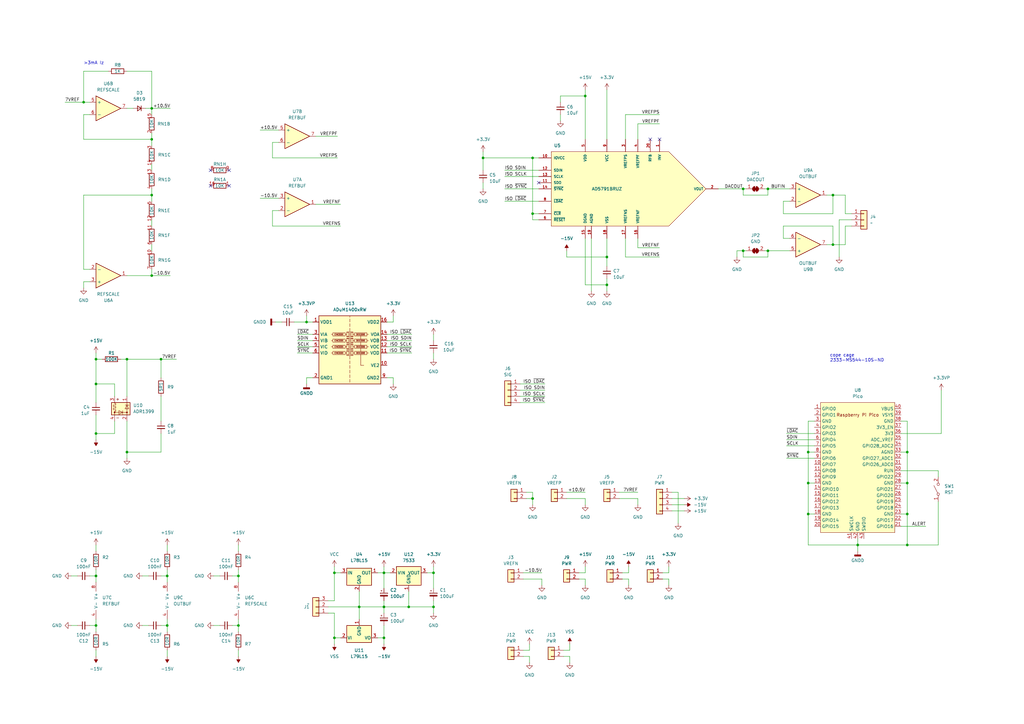
<source format=kicad_sch>
(kicad_sch (version 20230121) (generator eeschema)
  (paper "A3")
  (junction (at 304.8 77.47))
  (junction (at 331.47 198.12))
  (junction (at 39.37 177.8))
  (junction (at 314.96 102.87))
  (junction (at 39.37 147.32))
  (junction (at 62.23 44.45))
  (junction (at 341.63 100.33))
  (junction (at 351.79 223.52))
  (junction (at 304.8 102.87))
  (junction (at 198.12 64.77))
  (junction (at 34.29 41.91))
  (junction (at 125.73 132.08))
  (junction (at 177.8 248.92))
  (junction (at 39.37 157.48))
  (junction (at 97.79 236.22))
  (junction (at 314.96 77.47))
  (junction (at 52.07 185.42))
  (junction (at 167.64 248.92))
  (junction (at 68.58 236.22))
  (junction (at 62.23 57.15))
  (junction (at 68.58 256.54))
  (junction (at 177.8 234.95))
  (junction (at 218.44 87.63))
  (junction (at 157.48 248.92))
  (junction (at 218.44 204.47))
  (junction (at 62.23 113.03))
  (junction (at 372.11 198.12))
  (junction (at 147.32 248.92))
  (junction (at 248.92 116.84))
  (junction (at 157.48 261.62))
  (junction (at 39.37 236.22))
  (junction (at 97.79 256.54))
  (junction (at 331.47 185.42))
  (junction (at 372.11 185.42))
  (junction (at 372.11 223.52))
  (junction (at 52.07 147.32))
  (junction (at 240.03 39.37))
  (junction (at 218.44 64.77))
  (junction (at 137.16 234.95))
  (junction (at 66.04 147.32))
  (junction (at 62.23 80.01))
  (junction (at 157.48 234.95))
  (junction (at 341.63 80.01))
  (junction (at 331.47 210.82))
  (junction (at 137.16 261.62))
  (junction (at 39.37 256.54))
  (junction (at 372.11 210.82))
  (junction (at 248.92 105.41))
  (no_connect (at 93.98 76.2))
  (no_connect (at 220.98 74.93))
  (no_connect (at 93.98 69.85))
  (no_connect (at 86.36 69.85))
  (no_connect (at 270.51 57.15))
  (no_connect (at 266.7 57.15))
  (no_connect (at 86.36 76.2))
  (wire (pts (xy 214.63 266.7) (xy 217.17 266.7)))
  (wire (pts (xy 137.16 261.62) (xy 137.16 264.16)))
  (wire (pts (xy 154.94 261.62) (xy 157.48 261.62)))
  (wire (pts (xy 322.58 187.96) (xy 334.01 187.96)))
  (wire (pts (xy 137.16 232.41) (xy 137.16 234.95)))
  (wire (pts (xy 34.29 57.15) (xy 62.23 57.15)))
  (wire (pts (xy 36.83 256.54) (xy 39.37 256.54)))
  (wire (pts (xy 129.54 83.82) (xy 139.7 83.82)))
  (wire (pts (xy 334.01 172.72) (xy 331.47 172.72)))
  (wire (pts (xy 270.51 101.6) (xy 261.62 101.6)))
  (wire (pts (xy 52.07 147.32) (xy 52.07 162.56)))
  (wire (pts (xy 261.62 50.8) (xy 261.62 57.15)))
  (wire (pts (xy 278.13 201.93) (xy 278.13 214.63)))
  (wire (pts (xy 323.85 97.79) (xy 321.31 97.79)))
  (wire (pts (xy 157.48 251.46) (xy 157.48 248.92)))
  (wire (pts (xy 120.65 132.08) (xy 125.73 132.08)))
  (wire (pts (xy 248.92 36.83) (xy 248.92 57.15)))
  (wire (pts (xy 213.36 165.1) (xy 223.52 165.1)))
  (wire (pts (xy 49.53 147.32) (xy 52.07 147.32)))
  (wire (pts (xy 97.79 259.08) (xy 97.79 256.54)))
  (wire (pts (xy 68.58 233.68) (xy 68.58 236.22)))
  (wire (pts (xy 321.31 92.71) (xy 341.63 92.71)))
  (wire (pts (xy 304.8 77.47) (xy 306.07 77.47)))
  (wire (pts (xy 62.23 69.85) (xy 62.23 67.31)))
  (wire (pts (xy 341.63 80.01) (xy 339.09 80.01)))
  (wire (pts (xy 222.25 237.49) (xy 222.25 240.03)))
  (wire (pts (xy 304.8 77.47) (xy 304.8 80.01)))
  (wire (pts (xy 39.37 256.54) (xy 39.37 254)))
  (wire (pts (xy 233.68 269.24) (xy 231.14 269.24)))
  (wire (pts (xy 34.29 115.57) (xy 36.83 115.57)))
  (wire (pts (xy 198.12 77.47) (xy 198.12 74.93)))
  (wire (pts (xy 34.29 46.99) (xy 34.29 57.15)))
  (wire (pts (xy 384.81 195.58) (xy 384.81 193.04)))
  (wire (pts (xy 134.62 246.38) (xy 137.16 246.38)))
  (wire (pts (xy 68.58 236.22) (xy 68.58 238.76)))
  (wire (pts (xy 157.48 261.62) (xy 157.48 264.16)))
  (wire (pts (xy 62.23 80.01) (xy 34.29 80.01)))
  (wire (pts (xy 218.44 87.63) (xy 218.44 90.17)))
  (wire (pts (xy 274.32 237.49) (xy 274.32 240.03)))
  (wire (pts (xy 217.17 269.24) (xy 214.63 269.24)))
  (wire (pts (xy 167.64 248.92) (xy 177.8 248.92)))
  (wire (pts (xy 157.48 234.95) (xy 157.48 241.3)))
  (wire (pts (xy 369.57 172.72) (xy 372.11 172.72)))
  (wire (pts (xy 386.08 177.8) (xy 386.08 160.02)))
  (wire (pts (xy 52.07 147.32) (xy 66.04 147.32)))
  (wire (pts (xy 344.17 90.17) (xy 349.25 90.17)))
  (wire (pts (xy 125.73 129.54) (xy 125.73 132.08)))
  (wire (pts (xy 334.01 185.42) (xy 331.47 185.42)))
  (wire (pts (xy 62.23 44.45) (xy 59.69 44.45)))
  (wire (pts (xy 66.04 236.22) (xy 68.58 236.22)))
  (wire (pts (xy 44.45 29.21) (xy 34.29 29.21)))
  (wire (pts (xy 369.57 198.12) (xy 372.11 198.12)))
  (wire (pts (xy 68.58 259.08) (xy 68.58 256.54)))
  (wire (pts (xy 275.59 209.55) (xy 280.67 209.55)))
  (wire (pts (xy 213.36 157.48) (xy 223.52 157.48)))
  (wire (pts (xy 158.75 144.78) (xy 168.91 144.78)))
  (wire (pts (xy 274.32 234.95) (xy 274.32 232.41)))
  (wire (pts (xy 278.13 201.93) (xy 275.59 201.93)))
  (wire (pts (xy 233.68 266.7) (xy 233.68 264.16)))
  (wire (pts (xy 240.03 97.79) (xy 240.03 116.84)))
  (wire (pts (xy 369.57 215.9) (xy 379.73 215.9)))
  (wire (pts (xy 346.71 100.33) (xy 341.63 100.33)))
  (wire (pts (xy 158.75 154.94) (xy 161.29 154.94)))
  (wire (pts (xy 331.47 172.72) (xy 331.47 185.42)))
  (wire (pts (xy 97.79 223.52) (xy 97.79 226.06)))
  (wire (pts (xy 138.43 55.88) (xy 129.54 55.88)))
  (wire (pts (xy 87.63 256.54) (xy 90.17 256.54)))
  (wire (pts (xy 302.26 102.87) (xy 304.8 102.87)))
  (wire (pts (xy 66.04 177.8) (xy 66.04 185.42)))
  (wire (pts (xy 313.69 102.87) (xy 314.96 102.87)))
  (wire (pts (xy 248.92 119.38) (xy 248.92 116.84)))
  (wire (pts (xy 233.68 269.24) (xy 233.68 271.78)))
  (wire (pts (xy 95.25 256.54) (xy 97.79 256.54)))
  (wire (pts (xy 240.03 237.49) (xy 240.03 240.03)))
  (wire (pts (xy 121.92 139.7) (xy 128.27 139.7)))
  (wire (pts (xy 39.37 236.22) (xy 39.37 238.76)))
  (wire (pts (xy 62.23 100.33) (xy 62.23 102.87)))
  (wire (pts (xy 29.21 256.54) (xy 31.75 256.54)))
  (wire (pts (xy 271.78 234.95) (xy 274.32 234.95)))
  (wire (pts (xy 66.04 162.56) (xy 66.04 172.72)))
  (wire (pts (xy 106.68 53.34) (xy 114.3 53.34)))
  (wire (pts (xy 97.79 233.68) (xy 97.79 236.22)))
  (wire (pts (xy 341.63 92.71) (xy 341.63 100.33)))
  (wire (pts (xy 125.73 132.08) (xy 128.27 132.08)))
  (wire (pts (xy 157.48 246.38) (xy 157.48 248.92)))
  (wire (pts (xy 229.87 39.37) (xy 229.87 41.91)))
  (wire (pts (xy 314.96 105.41) (xy 304.8 105.41)))
  (wire (pts (xy 39.37 170.18) (xy 39.37 177.8)))
  (wire (pts (xy 62.23 44.45) (xy 69.85 44.45)))
  (wire (pts (xy 62.23 110.49) (xy 62.23 113.03)))
  (wire (pts (xy 256.54 46.99) (xy 256.54 57.15)))
  (wire (pts (xy 177.8 232.41) (xy 177.8 234.95)))
  (wire (pts (xy 39.37 233.68) (xy 39.37 236.22)))
  (wire (pts (xy 314.96 77.47) (xy 314.96 80.01)))
  (wire (pts (xy 177.8 246.38) (xy 177.8 248.92)))
  (wire (pts (xy 341.63 87.63) (xy 341.63 80.01)))
  (wire (pts (xy 257.81 237.49) (xy 257.81 240.03)))
  (wire (pts (xy 39.37 157.48) (xy 39.37 147.32)))
  (wire (pts (xy 261.62 204.47) (xy 254 204.47)))
  (wire (pts (xy 39.37 157.48) (xy 39.37 165.1)))
  (wire (pts (xy 46.99 162.56) (xy 46.99 157.48)))
  (wire (pts (xy 372.11 172.72) (xy 372.11 185.42)))
  (wire (pts (xy 207.01 69.85) (xy 220.98 69.85)))
  (wire (pts (xy 334.01 210.82) (xy 331.47 210.82)))
  (wire (pts (xy 111.76 64.77) (xy 138.43 64.77)))
  (wire (pts (xy 36.83 110.49) (xy 34.29 110.49)))
  (wire (pts (xy 154.94 234.95) (xy 157.48 234.95)))
  (wire (pts (xy 177.8 248.92) (xy 177.8 251.46)))
  (wire (pts (xy 270.51 50.8) (xy 261.62 50.8)))
  (wire (pts (xy 111.76 86.36) (xy 114.3 86.36)))
  (wire (pts (xy 232.41 105.41) (xy 232.41 102.87)))
  (wire (pts (xy 147.32 248.92) (xy 147.32 254)))
  (wire (pts (xy 372.11 223.52) (xy 351.79 223.52)))
  (wire (pts (xy 66.04 256.54) (xy 68.58 256.54)))
  (wire (pts (xy 331.47 210.82) (xy 331.47 223.52)))
  (wire (pts (xy 346.71 92.71) (xy 346.71 100.33)))
  (wire (pts (xy 125.73 154.94) (xy 128.27 154.94)))
  (wire (pts (xy 341.63 80.01) (xy 346.71 80.01)))
  (wire (pts (xy 62.23 80.01) (xy 62.23 82.55)))
  (wire (pts (xy 344.17 105.41) (xy 344.17 90.17)))
  (wire (pts (xy 39.37 223.52) (xy 39.37 226.06)))
  (wire (pts (xy 232.41 201.93) (xy 240.03 201.93)))
  (wire (pts (xy 52.07 172.72) (xy 52.07 185.42)))
  (wire (pts (xy 321.31 87.63) (xy 341.63 87.63)))
  (wire (pts (xy 384.81 193.04) (xy 369.57 193.04)))
  (wire (pts (xy 351.79 220.98) (xy 351.79 223.52)))
  (wire (pts (xy 39.37 177.8) (xy 39.37 180.34)))
  (wire (pts (xy 68.58 256.54) (xy 68.58 254)))
  (wire (pts (xy 121.92 137.16) (xy 128.27 137.16)))
  (wire (pts (xy 334.01 198.12) (xy 331.47 198.12)))
  (wire (pts (xy 240.03 39.37) (xy 229.87 39.37)))
  (wire (pts (xy 229.87 49.53) (xy 229.87 46.99)))
  (wire (pts (xy 323.85 82.55) (xy 321.31 82.55)))
  (wire (pts (xy 97.79 269.24) (xy 97.79 266.7)))
  (wire (pts (xy 46.99 177.8) (xy 46.99 172.72)))
  (wire (pts (xy 161.29 129.54) (xy 161.29 132.08)))
  (wire (pts (xy 158.75 139.7) (xy 168.91 139.7)))
  (wire (pts (xy 372.11 198.12) (xy 372.11 210.82)))
  (wire (pts (xy 270.51 105.41) (xy 256.54 105.41)))
  (wire (pts (xy 240.03 237.49) (xy 237.49 237.49)))
  (wire (pts (xy 294.64 77.47) (xy 304.8 77.47)))
  (wire (pts (xy 237.49 234.95) (xy 240.03 234.95)))
  (wire (pts (xy 240.03 36.83) (xy 240.03 39.37)))
  (wire (pts (xy 257.81 237.49) (xy 255.27 237.49)))
  (wire (pts (xy 215.9 201.93) (xy 218.44 201.93)))
  (wire (pts (xy 34.29 118.11) (xy 34.29 115.57)))
  (wire (pts (xy 346.71 80.01) (xy 346.71 87.63)))
  (wire (pts (xy 62.23 29.21) (xy 52.07 29.21)))
  (wire (pts (xy 346.71 87.63) (xy 349.25 87.63)))
  (wire (pts (xy 314.96 102.87) (xy 314.96 105.41)))
  (wire (pts (xy 275.59 207.01) (xy 280.67 207.01)))
  (wire (pts (xy 218.44 204.47) (xy 215.9 204.47)))
  (wire (pts (xy 97.79 236.22) (xy 97.79 238.76)))
  (wire (pts (xy 322.58 182.88) (xy 334.01 182.88)))
  (wire (pts (xy 167.64 242.57) (xy 167.64 248.92)))
  (wire (pts (xy 121.92 142.24) (xy 128.27 142.24)))
  (wire (pts (xy 34.29 41.91) (xy 36.83 41.91)))
  (wire (pts (xy 139.7 92.71) (xy 111.76 92.71)))
  (wire (pts (xy 114.3 81.28) (xy 106.68 81.28)))
  (wire (pts (xy 161.29 157.48) (xy 161.29 154.94)))
  (wire (pts (xy 198.12 62.23) (xy 198.12 64.77)))
  (wire (pts (xy 58.42 236.22) (xy 60.96 236.22)))
  (wire (pts (xy 137.16 251.46) (xy 137.16 261.62)))
  (wire (pts (xy 157.48 256.54) (xy 157.48 261.62)))
  (wire (pts (xy 322.58 177.8) (xy 334.01 177.8)))
  (wire (pts (xy 137.16 246.38) (xy 137.16 234.95)))
  (wire (pts (xy 62.23 80.01) (xy 62.23 77.47)))
  (wire (pts (xy 321.31 82.55) (xy 321.31 87.63)))
  (wire (pts (xy 66.04 147.32) (xy 72.39 147.32)))
  (wire (pts (xy 52.07 185.42) (xy 52.07 187.96)))
  (wire (pts (xy 39.37 177.8) (xy 46.99 177.8)))
  (wire (pts (xy 62.23 113.03) (xy 69.85 113.03)))
  (wire (pts (xy 331.47 223.52) (xy 351.79 223.52)))
  (wire (pts (xy 134.62 248.92) (xy 147.32 248.92)))
  (wire (pts (xy 160.02 234.95) (xy 157.48 234.95)))
  (wire (pts (xy 62.23 46.99) (xy 62.23 44.45)))
  (wire (pts (xy 261.62 204.47) (xy 261.62 207.01)))
  (wire (pts (xy 275.59 204.47) (xy 280.67 204.47)))
  (wire (pts (xy 321.31 97.79) (xy 321.31 92.71)))
  (wire (pts (xy 68.58 269.24) (xy 68.58 266.7)))
  (wire (pts (xy 231.14 266.7) (xy 233.68 266.7)))
  (wire (pts (xy 52.07 113.03) (xy 62.23 113.03)))
  (wire (pts (xy 207.01 82.55) (xy 220.98 82.55)))
  (wire (pts (xy 52.07 185.42) (xy 66.04 185.42)))
  (wire (pts (xy 257.81 234.95) (xy 257.81 232.41)))
  (wire (pts (xy 369.57 185.42) (xy 372.11 185.42)))
  (wire (pts (xy 248.92 97.79) (xy 248.92 105.41)))
  (wire (pts (xy 157.48 248.92) (xy 167.64 248.92)))
  (wire (pts (xy 240.03 116.84) (xy 248.92 116.84)))
  (wire (pts (xy 114.3 58.42) (xy 111.76 58.42)))
  (wire (pts (xy 256.54 105.41) (xy 256.54 97.79)))
  (wire (pts (xy 218.44 64.77) (xy 218.44 87.63)))
  (wire (pts (xy 125.73 157.48) (xy 125.73 154.94)))
  (wire (pts (xy 213.36 162.56) (xy 223.52 162.56)))
  (wire (pts (xy 218.44 64.77) (xy 220.98 64.77)))
  (wire (pts (xy 207.01 72.39) (xy 220.98 72.39)))
  (wire (pts (xy 137.16 261.62) (xy 139.7 261.62)))
  (wire (pts (xy 54.61 44.45) (xy 52.07 44.45)))
  (wire (pts (xy 34.29 80.01) (xy 34.29 110.49)))
  (wire (pts (xy 218.44 90.17) (xy 220.98 90.17)))
  (wire (pts (xy 29.21 236.22) (xy 31.75 236.22)))
  (wire (pts (xy 314.96 102.87) (xy 323.85 102.87)))
  (wire (pts (xy 349.25 92.71) (xy 346.71 92.71)))
  (wire (pts (xy 147.32 242.57) (xy 147.32 248.92)))
  (wire (pts (xy 372.11 210.82) (xy 372.11 223.52)))
  (wire (pts (xy 62.23 44.45) (xy 62.23 29.21)))
  (wire (pts (xy 351.79 223.52) (xy 351.79 226.06)))
  (wire (pts (xy 240.03 204.47) (xy 240.03 207.01)))
  (wire (pts (xy 87.63 236.22) (xy 90.17 236.22)))
  (wire (pts (xy 240.03 39.37) (xy 240.03 57.15)))
  (wire (pts (xy 213.36 160.02) (xy 223.52 160.02)))
  (wire (pts (xy 331.47 185.42) (xy 331.47 198.12)))
  (wire (pts (xy 134.62 251.46) (xy 137.16 251.46)))
  (wire (pts (xy 304.8 80.01) (xy 314.96 80.01)))
  (wire (pts (xy 372.11 223.52) (xy 384.81 223.52)))
  (wire (pts (xy 39.37 157.48) (xy 46.99 157.48)))
  (wire (pts (xy 34.29 29.21) (xy 34.29 41.91)))
  (wire (pts (xy 62.23 59.69) (xy 62.23 57.15)))
  (wire (pts (xy 222.25 237.49) (xy 214.63 237.49)))
  (wire (pts (xy 270.51 46.99) (xy 256.54 46.99)))
  (wire (pts (xy 198.12 69.85) (xy 198.12 64.77)))
  (wire (pts (xy 36.83 236.22) (xy 39.37 236.22)))
  (wire (pts (xy 274.32 237.49) (xy 271.78 237.49)))
  (wire (pts (xy 372.11 185.42) (xy 372.11 198.12)))
  (wire (pts (xy 121.92 144.78) (xy 128.27 144.78)))
  (wire (pts (xy 177.8 147.32) (xy 177.8 144.78)))
  (wire (pts (xy 322.58 180.34) (xy 334.01 180.34)))
  (wire (pts (xy 147.32 248.92) (xy 157.48 248.92)))
  (wire (pts (xy 39.37 269.24) (xy 39.37 266.7)))
  (wire (pts (xy 39.37 144.78) (xy 39.37 147.32)))
  (wire (pts (xy 261.62 101.6) (xy 261.62 97.79)))
  (wire (pts (xy 369.57 177.8) (xy 386.08 177.8)))
  (wire (pts (xy 218.44 204.47) (xy 218.44 207.01)))
  (wire (pts (xy 158.75 137.16) (xy 168.91 137.16)))
  (wire (pts (xy 177.8 137.16) (xy 177.8 139.7)))
  (wire (pts (xy 158.75 142.24) (xy 168.91 142.24)))
  (wire (pts (xy 66.04 147.32) (xy 66.04 154.94)))
  (wire (pts (xy 26.67 41.91) (xy 34.29 41.91)))
  (wire (pts (xy 217.17 266.7) (xy 217.17 264.16)))
  (wire (pts (xy 384.81 223.52) (xy 384.81 205.74)))
  (wire (pts (xy 248.92 114.3) (xy 248.92 116.84)))
  (wire (pts (xy 68.58 223.52) (xy 68.58 226.06)))
  (wire (pts (xy 177.8 234.95) (xy 177.8 241.3)))
  (wire (pts (xy 177.8 234.95) (xy 175.26 234.95)))
  (wire (pts (xy 369.57 210.82) (xy 372.11 210.82)))
  (wire (pts (xy 62.23 57.15) (xy 62.23 54.61)))
  (wire (pts (xy 157.48 232.41) (xy 157.48 234.95)))
  (wire (pts (xy 240.03 204.47) (xy 232.41 204.47)))
  (wire (pts (xy 217.17 269.24) (xy 217.17 271.78)))
  (wire (pts (xy 255.27 234.95) (xy 257.81 234.95)))
  (wire (pts (xy 240.03 234.95) (xy 240.03 232.41)))
  (wire (pts (xy 218.44 201.93) (xy 218.44 204.47)))
  (wire (pts (xy 302.26 105.41) (xy 302.26 102.87)))
  (wire (pts (xy 304.8 105.41) (xy 304.8 102.87)))
  (wire (pts (xy 304.8 102.87) (xy 306.07 102.87)))
  (wire (pts (xy 111.76 92.71) (xy 111.76 86.36)))
  (wire (pts (xy 39.37 259.08) (xy 39.37 256.54)))
  (wire (pts (xy 314.96 77.47) (xy 323.85 77.47)))
  (wire (pts (xy 36.83 46.99) (xy 34.29 46.99)))
  (wire (pts (xy 97.79 256.54) (xy 97.79 254)))
  (wire (pts (xy 207.01 77.47) (xy 220.98 77.47)))
  (wire (pts (xy 39.37 147.32) (xy 41.91 147.32)))
  (wire (pts (xy 113.03 132.08) (xy 115.57 132.08)))
  (wire (pts (xy 62.23 90.17) (xy 62.23 92.71)))
  (wire (pts (xy 161.29 132.08) (xy 158.75 132.08)))
  (wire (pts (xy 214.63 234.95) (xy 222.25 234.95)))
  (wire (pts (xy 137.16 234.95) (xy 139.7 234.95)))
  (wire (pts (xy 242.57 97.79) (xy 242.57 119.38)))
  (wire (pts (xy 232.41 105.41) (xy 248.92 105.41)))
  (wire (pts (xy 331.47 198.12) (xy 331.47 210.82)))
  (wire (pts (xy 248.92 105.41) (xy 248.92 109.22)))
  (wire (pts (xy 95.25 236.22) (xy 97.79 236.22)))
  (wire (pts (xy 341.63 100.33) (xy 339.09 100.33)))
  (wire (pts (xy 111.76 58.42) (xy 111.76 64.77)))
  (wire (pts (xy 198.12 64.77) (xy 218.44 64.77)))
  (wire (pts (xy 254 201.93) (xy 261.62 201.93)))
  (wire (pts (xy 58.42 256.54) (xy 60.96 256.54)))
  (wire (pts (xy 313.69 77.47) (xy 314.96 77.47)))
  (wire (pts (xy 218.44 87.63) (xy 220.98 87.63)))
  (text "cope cage	\n2333-MS544-10S-ND" (at 340.36 148.59 0) (effects (font (size 1.27 1.27)) (justify left bottom)))
  (text ">3mA Iz" (at 34.29 26.67 0) (effects (font (size 1.27 1.27)) (justify left bottom)))
  (label "ISO ~{LDAC}" (at 207.01 82.55 0))
  (label "VREFPS" (at 138.43 64.77 180))
  (label "BUFIN" (at 316.23 77.47 0))
  (label "-10.5V" (at 222.25 234.95 180))
  (label "7VREF" (at 72.39 147.32 180))
  (label "VREFNF" (at 270.51 101.6 180))
  (label "SDIN" (at 121.92 139.7 0))
  (label "ISO SCLK" (at 223.52 162.56 180))
  (label "ISO SDIN" (at 168.91 139.7 180))
  (label "ISO SCLK" (at 168.91 142.24 180))
  (label "ALERT" (at 379.73 215.9 180))
  (label "~{LDAC}" (at 322.58 177.8 0))
  (label "+10.5V" (at 240.03 201.93 180))
  (label "SCLK" (at 322.58 182.88 0))
  (label "ISO ~{SYNC}" (at 207.01 77.47 0))
  (label "VREFNS" (at 139.7 92.71 180))
  (label "+10.5V" (at 106.68 53.34 0))
  (label "7VREF" (at 26.67 41.91 0))
  (label "VREFNS" (at 270.51 105.41 180))
  (label "SDIN" (at 322.58 180.34 0))
  (label "~{SYNC}" (at 322.58 187.96 0))
  (label "~{SYNC}" (at 121.92 144.78 0))
  (label "ISO SDIN" (at 207.01 69.85 0))
  (label "-10.5V" (at 106.68 81.28 0))
  (label "VREFPF" (at 270.51 50.8 180))
  (label "SCLK" (at 121.92 142.24 0))
  (label "VREFPS" (at 270.51 46.99 180))
  (label "~{LDAC}" (at 121.92 137.16 0))
  (label "ISO SCLK" (at 207.01 72.39 0))
  (label "ISO ~{SYNC}" (at 223.52 165.1 180))
  (label "+10.5V" (at 69.85 44.45 180))
  (label "VREFNF" (at 139.7 83.82 180))
  (label "ISO ~{LDAC}" (at 168.91 137.16 180))
  (label "VREFPF" (at 138.43 55.88 180))
  (label "ISO ~{SYNC}" (at 168.91 144.78 180))
  (label "DACOUT" (at 297.18 77.47 0))
  (label "ISO ~{LDAC}" (at 223.52 157.48 180))
  (label "ISO SDIN" (at 223.52 160.02 180))
  (label "7VREF" (at 261.62 201.93 180))
  (label "-10.5V" (at 69.85 113.03 180))
  (symbol (lib_id "Connector_Generic:Conn_01x02") (at 226.06 266.7 0) (mirror y) (unit 1)
    (property "Reference" "J13" (at 226.06 260.35 0))
    (property "Value" "PWR" (at 226.06 262.89 0))
    (property "Footprint" "Connector_PinHeader_2.54mm:PinHeader_1x02_P2.54mm_Vertical" (effects hide))
  )
  (symbol (lib_id "Regulator_Linear:L78L15_SOT89") (at 147.32 234.95 0) (unit 1)
    (property "Reference" "U4" (at 147.32 227.33 0))
    (property "Value" "L78L15" (at 147.32 229.87 0))
    (property "Footprint" "Package_TO_SOT_SMD:SOT-89-3" (effects hide))
    (property "Datasheet" "http://www.st.com/content/ccc/resource/technical/document/datasheet/15/55/e5/aa/23/5b/43/fd/CD00000446.pdf/files/CD00000446.pdf/jcr:content/translations/en.CD00000446.pdf" (effects hide))
  )
  (symbol (lib_id "Device:Opamp_Dual") (at 41.91 246.38 0) (unit 3)
    (property "Reference" "U7" (at 41.91 245.11 0) (effects (justify left)))
    (property "Value" "REFBUF" (at 41.91 247.65 0) (effects (justify left)))
    (property "Footprint" "Package_SO:SOIC-8_3.9x4.9mm_P1.27mm" (effects hide))
  )
  (symbol (lib_id "Device:C_Small") (at 34.29 236.22 90) (unit 1)
    (property "Reference" "C9" (at 34.2963 229.87 90))
    (property "Value" "100nF" (at 34.2963 232.41 90))
    (property "Footprint" "Capacitor_SMD:C_0603_1608Metric" (effects hide))
  )
  (symbol (lib_id "power:GND") (at 274.32 240.03 0) (unit 1)
    (property "Reference" "#PWR053" (effects hide))
    (property "Value" "GND" (at 274.32 245.11 0))
  )
  (symbol (lib_id "power:+15V") (at 157.48 232.41 0) (unit 1)
    (property "Reference" "#PWR03" (effects hide))
    (property "Value" "+15V" (at 157.48 227.33 0))
  )
  (symbol (lib_id "power:GND") (at 229.87 49.53 0) (unit 1)
    (property "Reference" "#PWR010" (effects hide))
    (property "Value" "GND" (at 229.87 54.61 0))
  )
  (symbol (lib_id "Device:C_Small") (at 63.5 256.54 90) (mirror x) (unit 1)
    (property "Reference" "C13" (at 63.5063 262.89 90))
    (property "Value" "100nF" (at 63.5063 260.35 90))
    (property "Footprint" "Capacitor_SMD:C_0603_1608Metric" (effects hide))
  )
  (symbol (lib_id "Device:R") (at 48.26 29.21 270) (unit 1)
    (property "Reference" "R8" (at 48.26 26.67 90))
    (property "Value" "1K" (at 48.26 29.21 90))
    (property "Footprint" "Resistor_SMD:R_0603_1608Metric" (effects hide))
  )
  (symbol (lib_id "Switch:SW_SPST") (at 384.81 200.66 90) (unit 1)
    (property "Reference" "SW1" (at 387.35 199.39 90) (effects (justify right)))
    (property "Value" "RST" (at 387.35 201.93 90) (effects (justify right)))
    (property "Footprint" "Button_Switch_SMD:SW_SPST_B3U-1000P" (effects hide))
  )
  (symbol (lib_id "Device:R") (at 68.58 262.89 0) (mirror x) (unit 1)
    (property "Reference" "R6" (at 71.12 264.16 0) (effects (justify left)))
    (property "Value" "10R" (at 68.58 260.985 90) (effects (justify left)))
    (property "Footprint" "Resistor_SMD:R_0603_1608Metric" (effects hide))
  )
  (symbol (lib_id "Device:C_Small") (at 63.5 236.22 90) (unit 1)
    (property "Reference" "C10" (at 63.5063 229.87 90))
    (property "Value" "100nF" (at 63.5063 232.41 90))
    (property "Footprint" "Capacitor_SMD:C_0603_1608Metric" (effects hide))
  )
  (symbol (lib_id "power:GND") (at 52.07 187.96 0) (unit 1)
    (property "Reference" "#PWR07" (effects hide))
    (property "Value" "GND" (at 52.07 193.04 0))
  )
  (symbol (lib_id "power:-15V") (at 39.37 269.24 180) (unit 1)
    (property "Reference" "#PWR026" (effects hide))
    (property "Value" "-15V" (at 39.37 274.32 0))
  )
  (symbol (lib_id "Device:R_Pack08_Split") (at 62.23 96.52 0) (unit 6)
    (property "Reference" "RN1" (at 64.77 96.52 0) (effects (justify left)))
    (property "Value" "10K" (at 62.23 98.425 90) (effects (justify left)))
    (property "Footprint" "Package_SO:SOIC-16_3.9x9.9mm_P1.27mm" (effects hide))
  )
  (symbol (lib_id "power:GND") (at 242.57 119.38 0) (unit 1)
    (property "Reference" "#PWR013" (effects hide))
    (property "Value" "GND" (at 242.57 124.46 0))
  )
  (symbol (lib_id "Device:R") (at 45.72 147.32 90) (unit 1)
    (property "Reference" "R1" (at 45.72 144.78 90))
    (property "Value" "100K" (at 45.72 147.32 90))
    (property "Footprint" "Resistor_SMD:R_0603_1608Metric" (effects hide))
  )
  (symbol (lib_id "power:+3.3V") (at 280.67 204.47 270) (unit 1)
    (property "Reference" "#PWR041" (effects hide))
    (property "Value" "+3.3V" (at 284.48 204.47 90) (effects (justify left)))
  )
  (symbol (lib_id "Device:C_Polarized_Small") (at 177.8 243.84 0) (unit 1)
    (property "Reference" "C1" (at 180.34 242.0239 0) (effects (justify left)))
    (property "Value" "100uF" (at 180.34 244.5639 0) (effects (justify left)))
    (property "Footprint" "Capacitor_SMD:CP_Elec_6.3x5.4" (effects hide))
  )
  (symbol (lib_id "power:GND") (at 233.68 271.78 0) (unit 1)
    (property "Reference" "#PWR054" (effects hide))
    (property "Value" "GND" (at 233.68 276.86 0))
  )
  (symbol (lib_id "Device:C_Small") (at 118.11 132.08 90) (unit 1)
    (property "Reference" "C15" (at 118.1163 125.73 90))
    (property "Value" "10uF" (at 118.1163 128.27 90))
    (property "Footprint" "Resistor_SMD:R_0603_1608Metric" (effects hide))
  )
  (symbol (lib_id "power:GND") (at 87.63 256.54 270) (mirror x) (unit 1)
    (property "Reference" "#PWR029" (effects hide))
    (property "Value" "GND" (at 83.82 256.54 90) (effects (justify right)))
  )
  (symbol (lib_id "power:+3.3VP") (at 125.73 129.54 0) (unit 1)
    (property "Reference" "#PWR040" (effects hide))
    (property "Value" "+3.3VP" (at 125.73 124.46 0))
  )
  (symbol (lib_id "Connector_Generic:Conn_01x02") (at 248.92 201.93 0) (mirror y) (unit 1)
    (property "Reference" "J5" (at 248.92 195.58 0))
    (property "Value" "VREFP" (at 248.92 198.12 0))
    (property "Footprint" "Connector_PinHeader_1.27mm:PinHeader_1x02_P1.27mm_Vertical" (effects hide))
  )
  (symbol (lib_id "Connector_Generic:Conn_01x02") (at 209.55 234.95 0) (mirror y) (unit 1)
    (property "Reference" "J3" (at 209.55 228.6 0))
    (property "Value" "VREFN" (at 209.55 231.14 0))
    (property "Footprint" "Connector_PinHeader_1.27mm:PinHeader_1x02_P1.27mm_Vertical" (effects hide))
  )
  (symbol (lib_id "Jumper:SolderJumper_2_Bridged") (at 309.88 102.87 0) (mirror x) (unit 1)
    (property "Reference" "JP2" (at 309.88 96.52 0))
    (property "Value" "GND" (at 309.88 99.06 0))
    (property "Footprint" "Connector_PinHeader_1.27mm:PinHeader_1x02_P1.27mm_Vertical" (effects hide))
  )
  (symbol (lib_id "Device:R") (at 97.79 262.89 0) (mirror x) (unit 1)
    (property "Reference" "R7" (at 100.33 264.16 0) (effects (justify left)))
    (property "Value" "10R" (at 97.79 260.985 90) (effects (justify left)))
    (property "Footprint" "Resistor_SMD:R_0603_1608Metric" (effects hide))
  )
  (symbol (lib_id "Regulator_Linear:L79L15_SOT89") (at 147.32 261.62 0) (unit 1)
    (property "Reference" "U11" (at 147.32 266.7 0))
    (property "Value" "L79L15" (at 147.32 269.24 0))
    (property "Footprint" "Package_TO_SOT_SMD:SOT-89-3" (effects hide))
    (property "Datasheet" "http://www.farnell.com/datasheets/1827870.pdf" (effects hide))
  )
  (symbol (lib_id "power:+3.3V") (at 198.12 62.23 0) (unit 1)
    (property "Reference" "#PWR08" (effects hide))
    (property "Value" "+3.3V" (at 198.12 57.15 0))
  )
  (symbol (lib_id "Device:Opamp_Dual") (at 331.47 100.33 0) (mirror x) (unit 2)
    (property "Reference" "U9" (at 331.47 110.49 0))
    (property "Value" "OUTBUF" (at 331.47 107.95 0))
    (property "Footprint" "Package_SO:SOIC-8_3.9x4.9mm_P1.27mm" (effects hide))
  )
  (symbol (lib_id "Device:R") (at 97.79 229.87 0) (unit 1)
    (property "Reference" "R4" (at 100.33 228.6 0) (effects (justify left)))
    (property "Value" "10R" (at 97.79 231.775 90) (effects (justify left)))
    (property "Footprint" "Resistor_SMD:R_0603_1608Metric" (effects hide))
  )
  (symbol (lib_id "Device:D_Small") (at 57.15 44.45 0) (mirror y) (unit 1)
    (property "Reference" "D3" (at 55.88 38.1 0) (effects (justify right)))
    (property "Value" "5819" (at 54.61 40.64 0) (effects (justify right)))
    (property "Footprint" "Resistor_SMD:R_0603_1608Metric_Pad0.98x0.95mm_HandSolder" (effects hide))
    (property "Sim.Device" "D" (effects hide))
    (property "Sim.Pins" "1=K 2=A" (effects hide))
  )
  (symbol (lib_id "Device:Opamp_Dual") (at 331.47 80.01 0) (unit 1)
    (property "Reference" "U9" (at 331.47 69.85 0))
    (property "Value" "OUTBUF" (at 331.47 72.39 0))
    (property "Footprint" "Package_SO:SOIC-8_3.9x4.9mm_P1.27mm" (effects hide))
  )
  (symbol (lib_id "power:+3.3V") (at 274.32 232.41 0) (unit 1)
    (property "Reference" "#PWR052" (effects hide))
    (property "Value" "+3.3V" (at 274.32 227.33 0))
  )
  (symbol (lib_id "power:GND") (at 344.17 105.41 0) (unit 1)
    (property "Reference" "#PWR032" (effects hide))
    (property "Value" "GND" (at 344.17 110.49 0))
  )
  (symbol (lib_id "Device:C_Small") (at 198.12 72.39 0) (unit 1)
    (property "Reference" "C5" (at 200.66 71.7613 0) (effects (justify left)))
    (property "Value" "10uF" (at 200.66 74.3013 0) (effects (justify left)))
    (property "Footprint" "Capacitor_SMD:C_0603_1608Metric" (effects hide))
  )
  (symbol (lib_id "Device:R") (at 39.37 229.87 0) (unit 1)
    (property "Reference" "R2" (at 41.91 228.6 0) (effects (justify left)))
    (property "Value" "10R" (at 39.37 231.775 90) (effects (justify left)))
    (property "Footprint" "Resistor_SMD:R_0603_1608Metric" (effects hide))
  )
  (symbol (lib_id "Device:C_Small") (at 92.71 236.22 90) (unit 1)
    (property "Reference" "C11" (at 92.7163 229.87 90))
    (property "Value" "100nF" (at 92.7163 232.41 90))
    (property "Footprint" "Capacitor_SMD:C_0603_1608Metric" (effects hide))
  )
  (symbol (lib_id "Device:C_Small") (at 66.04 175.26 0) (unit 1)
    (property "Reference" "C8" (at 68.58 174.6313 0) (effects (justify left)))
    (property "Value" "1uF" (at 68.58 177.1713 0) (effects (justify left)))
    (property "Footprint" "Capacitor_SMD:C_0603_1608Metric" (effects hide))
  )
  (symbol (lib_id "Device:R") (at 66.04 158.75 0) (unit 1)
    (property "Reference" "R9" (at 68.58 158.75 0) (effects (justify left)))
    (property "Value" "5R1" (at 66.04 160.655 90) (effects (justify left)))
    (property "Footprint" "Resistor_SMD:R_0603_1608Metric" (effects hide))
  )
  (symbol (lib_id "Device:R") (at 68.58 229.87 0) (unit 1)
    (property "Reference" "R3" (at 71.12 228.6 0) (effects (justify left)))
    (property "Value" "10R" (at 68.58 231.775 90) (effects (justify left)))
    (property "Footprint" "Resistor_SMD:R_0603_1608Metric" (effects hide))
  )
  (symbol (lib_id "power:+15V") (at 240.03 232.41 0) (unit 1)
    (property "Reference" "#PWR049" (effects hide))
    (property "Value" "+15V" (at 240.03 227.33 0))
  )
  (symbol (lib_id "Reference_Voltage:LM399") (at 49.53 167.64 0) (unit 1)
    (property "Reference" "U10" (at 54.61 166.243 0) (effects (justify left)))
    (property "Value" "ADR1399" (at 54.61 168.783 0) (effects (justify left)))
    (property "Footprint" "Package_TO_SOT_THT:Analog_TO-46-4_ThermalShield" (effects hide))
    (property "Datasheet" "https://www.analog.com/media/en/technical-documentation/data-sheets/199399fc.pdf" (effects hide))
  )
  (symbol (lib_id "power:GND") (at 257.81 240.03 0) (unit 1)
    (property "Reference" "#PWR051" (effects hide))
    (property "Value" "GND" (at 257.81 245.11 0))
  )
  (symbol (lib_id "Device:Opamp_Dual") (at 71.12 246.38 0) (unit 3)
    (property "Reference" "U9" (at 71.12 245.11 0) (effects (justify left)))
    (property "Value" "OUTBUF" (at 71.12 247.65 0) (effects (justify left)))
    (property "Footprint" "Package_SO:SOIC-8_3.9x4.9mm_P1.27mm" (effects hide))
  )
  (symbol (lib_id "Device:C_Polarized_Small") (at 157.48 254 0) (unit 1)
    (property "Reference" "C3" (at 160.02 252.1839 0) (effects (justify left)))
    (property "Value" "100uF" (at 160.02 254.7239 0) (effects (justify left)))
    (property "Footprint" "Capacitor_SMD:CP_Elec_6.3x5.4" (effects hide))
  )
  (symbol (lib_id "Connector_Generic:Conn_01x03") (at 354.33 90.17 0) (unit 1)
    (property "Reference" "J4" (at 356.87 88.9 0) (effects (justify left)))
    (property "Value" "~" (at 356.87 91.44 0) (effects (justify left)))
    (property "Footprint" "100mm template footprints:CTB93HD3" (effects hide))
  )
  (symbol (lib_id "power:-15V") (at 68.58 269.24 180) (unit 1)
    (property "Reference" "#PWR028" (effects hide))
    (property "Value" "-15V" (at 68.58 274.32 0))
  )
  (symbol (lib_id "power:+3.3V") (at 248.92 36.83 0) (unit 1)
    (property "Reference" "#PWR038" (effects hide))
    (property "Value" "+3.3V" (at 248.92 31.75 0))
  )
  (symbol (lib_id "Device:C_Small") (at 229.87 44.45 0) (unit 1)
    (property "Reference" "C6" (at 232.41 43.8213 0) (effects (justify left)))
    (property "Value" "10uF" (at 232.41 46.3613 0) (effects (justify left)))
    (property "Footprint" "Capacitor_SMD:C_0603_1608Metric" (effects hide))
  )
  (symbol (lib_id "power:VSS") (at 137.16 264.16 180) (unit 1)
    (property "Reference" "#PWR057" (effects hide))
    (property "Value" "VSS" (at 137.16 269.24 0))
  )
  (symbol (lib_id "Connector_Generic:Conn_01x03") (at 129.54 248.92 180) (unit 1)
    (property "Reference" "J1" (at 127 248.92 0) (effects (justify left)))
    (property "Value" "~" (at 127 247.65 0) (effects (justify left)))
    (property "Footprint" "100mm template footprints:CTB93HD3" (effects hide))
  )
  (symbol (lib_id "power:GND") (at 58.42 236.22 270) (unit 1)
    (property "Reference" "#PWR021" (effects hide))
    (property "Value" "GND" (at 54.61 236.22 90) (effects (justify right)))
  )
  (symbol (lib_id "power:+15V") (at 39.37 144.78 0) (unit 1)
    (property "Reference" "#PWR05" (effects hide))
    (property "Value" "+15V" (at 39.37 139.7 0))
  )
  (symbol (lib_id "Device:R_Pack08_Split") (at 62.23 86.36 180) (unit 5)
    (property "Reference" "RN1" (at 69.85 86.36 0) (effects (justify left)))
    (property "Value" "10K" (at 62.23 84.455 90) (effects (justify left)))
    (property "Footprint" "Package_SO:SOIC-16_3.9x9.9mm_P1.27mm" (effects hide))
  )
  (symbol (lib_id "power:+15V") (at 68.58 223.52 0) (unit 1)
    (property "Reference" "#PWR022" (effects hide))
    (property "Value" "+15V" (at 68.58 218.44 0))
  )
  (symbol (lib_id "Device:Opamp_Dual") (at 44.45 44.45 0) (unit 2)
    (property "Reference" "U6" (at 44.45 34.29 0))
    (property "Value" "REFSCALE" (at 44.45 36.83 0))
    (property "Footprint" "Package_SO:SOIC-8_3.9x4.9mm_P1.27mm" (effects hide))
  )
  (symbol (lib_id "Connector_Generic:Conn_01x02") (at 266.7 234.95 0) (mirror y) (unit 1)
    (property "Reference" "J11" (at 266.7 228.6 0))
    (property "Value" "PWR" (at 266.7 231.14 0))
    (property "Footprint" "Connector_PinHeader_2.54mm:PinHeader_1x02_P2.54mm_Vertical" (effects hide))
  )
  (symbol (lib_id "Connector_Generic:Conn_01x02") (at 209.55 266.7 0) (mirror y) (unit 1)
    (property "Reference" "J12" (at 209.55 260.35 0))
    (property "Value" "PWR" (at 209.55 262.89 0))
    (property "Footprint" "Connector_PinHeader_2.54mm:PinHeader_1x02_P2.54mm_Vertical" (effects hide))
  )
  (symbol (lib_id "Device:C_Small") (at 34.29 256.54 90) (mirror x) (unit 1)
    (property "Reference" "C12" (at 34.2963 262.89 90))
    (property "Value" "100nF" (at 34.2963 260.35 90))
    (property "Footprint" "Capacitor_SMD:C_0603_1608Metric" (effects hide))
  )
  (symbol (lib_id "MCU_RaspberryPi_and_Boards:Pico") (at 351.79 191.77 0) (unit 1)
    (property "Reference" "U8" (at 351.79 160.02 0))
    (property "Value" "Pico" (at 351.79 162.56 0))
    (property "Footprint" "MCU_RaspberryPi_and_Boards:RPi_Pico_SMD_TH" (effects hide))
  )
  (symbol (lib_id "power:GNDD") (at 125.73 157.48 0) (unit 1)
    (property "Reference" "#PWR039" (effects hide))
    (property "Value" "GNDD" (at 125.73 161.29 0))
  )
  (symbol (lib_id "power:GND") (at 218.44 207.01 0) (unit 1)
    (property "Reference" "#PWR048" (effects hide))
    (property "Value" "GND" (at 218.44 212.09 0))
  )
  (symbol (lib_id "power:+15V") (at 280.67 209.55 270) (unit 1)
    (property "Reference" "#PWR034" (effects hide))
    (property "Value" "+15V" (at 284.48 209.55 90) (effects (justify left)))
  )
  (symbol (lib_id "Device:R_Pack08_Split") (at 62.23 73.66 0) (unit 4)
    (property "Reference" "RN1" (at 64.77 73.66 0) (effects (justify left)))
    (property "Value" "10K" (at 62.23 75.565 90) (effects (justify left)))
    (property "Footprint" "Package_SO:SOIC-16_3.9x9.9mm_P1.27mm" (effects hide))
  )
  (symbol (lib_id "power:GND") (at 34.29 118.11 0) (unit 1)
    (property "Reference" "#PWR015" (effects hide))
    (property "Value" "GND" (at 34.29 123.19 0))
  )
  (symbol (lib_id "power:GND") (at 261.62 207.01 0) (unit 1)
    (property "Reference" "#PWR037" (effects hide))
    (property "Value" "GND" (at 261.62 212.09 0))
  )
  (symbol (lib_id "Device:R_Pack08_Split") (at 62.23 63.5 0) (mirror x) (unit 3)
    (property "Reference" "RN1" (at 64.77 63.5 0) (effects (justify left)))
    (property "Value" "10K" (at 62.23 61.595 90) (effects (justify left)))
    (property "Footprint" "Package_SO:SOIC-16_3.9x9.9mm_P1.27mm" (effects hide))
  )
  (symbol (lib_id "power:GND") (at 177.8 147.32 0) (unit 1)
    (property "Reference" "#PWR045" (effects hide))
    (property "Value" "GND" (at 177.8 152.4 0))
  )
  (symbol (lib_id "power:+3.3V") (at 177.8 232.41 0) (unit 1)
    (property "Reference" "#PWR02" (effects hide))
    (property "Value" "+3.3V" (at 177.8 227.33 0))
  )
  (symbol (lib_id "Device:R") (at 39.37 262.89 0) (mirror x) (unit 1)
    (property "Reference" "R5" (at 41.91 264.16 0) (effects (justify left)))
    (property "Value" "10R" (at 39.37 260.985 90) (effects (justify left)))
    (property "Footprint" "Resistor_SMD:R_0603_1608Metric" (effects hide))
  )
  (symbol (lib_id "power:GND") (at 29.21 236.22 270) (unit 1)
    (property "Reference" "#PWR019" (effects hide))
    (property "Value" "GND" (at 25.4 236.22 90) (effects (justify right)))
  )
  (symbol (lib_id "power:+3.3VP") (at 386.08 160.02 0) (unit 1)
    (property "Reference" "#PWR018" (effects hide))
    (property "Value" "+3.3VP" (at 386.08 154.94 0))
  )
  (symbol (lib_id "power:+15V") (at 97.79 223.52 0) (unit 1)
    (property "Reference" "#PWR024" (effects hide))
    (property "Value" "+15V" (at 97.79 218.44 0))
  )
  (symbol (lib_id "Device:R_Pack08_Split") (at 62.23 106.68 0) (unit 7)
    (property "Reference" "RN1" (at 64.77 106.68 0) (effects (justify left)))
    (property "Value" "10K" (at 62.23 108.585 90) (effects (justify left)))
    (property "Footprint" "Package_SO:SOIC-16_3.9x9.9mm_P1.27mm" (effects hide))
  )
  (symbol (lib_id "Device:Opamp_Dual") (at 100.33 246.38 0) (unit 3)
    (property "Reference" "U6" (at 100.33 245.11 0) (effects (justify left)))
    (property "Value" "REFSCALE" (at 100.33 247.65 0) (effects (justify left)))
    (property "Footprint" "Package_SO:SOIC-8_3.9x4.9mm_P1.27mm" (effects hide))
  )
  (symbol (lib_id "power:GNDD") (at 113.03 132.08 270) (unit 1)
    (property "Reference" "#PWR043" (effects hide))
    (property "Value" "GNDD" (at 109.22 132.08 90) (effects (justify right)))
  )
  (symbol (lib_id "power:-15V") (at 39.37 180.34 180) (unit 1)
    (property "Reference" "#PWR06" (effects hide))
    (property "Value" "-15V" (at 39.37 185.42 0))
  )
  (symbol (lib_id "power:GND") (at 248.92 119.38 0) (unit 1)
    (property "Reference" "#PWR014" (effects hide))
    (property "Value" "GND" (at 248.92 124.46 0))
  )
  (symbol (lib_id "Device:R_Pack08_Split") (at 90.17 76.2 90) (mirror x) (unit 1)
    (property "Reference" "RN1" (at 92.71 73.66 90) (effects (justify left)))
    (property "Value" "10K" (at 92.075 76.2 90) (effects (justify left)))
    (property "Footprint" "Package_SO:SOIC-16_3.9x9.9mm_P1.27mm" (effects hide))
  )
  (symbol (lib_id "power:GND") (at 161.29 157.48 0) (unit 1)
    (property "Reference" "#PWR047" (effects hide))
    (property "Value" "GND" (at 161.29 162.56 0))
  )
  (symbol (lib_id "Device:C_Small") (at 248.92 111.76 0) (unit 1)
    (property "Reference" "C7" (at 251.46 111.1313 0) (effects (justify left)))
    (property "Value" "10uF" (at 251.46 113.6713 0) (effects (justify left)))
    (property "Footprint" "Capacitor_SMD:C_0603_1608Metric" (effects hide))
  )
  (symbol (lib_id "power:GND") (at 278.13 214.63 0) (unit 1)
    (property "Reference" "#PWR042" (effects hide))
    (property "Value" "GND" (at 278.13 219.71 0))
  )
  (symbol (lib_id "power:+15V") (at 39.37 223.52 0) (unit 1)
    (property "Reference" "#PWR020" (effects hide))
    (property "Value" "+15V" (at 39.37 218.44 0))
  )
  (symbol (lib_id "Jumper:SolderJumper_2_Bridged") (at 309.88 77.47 0) (unit 1)
    (property "Reference" "JP1" (at 309.88 71.12 0))
    (property "Value" "DACOUT" (at 309.88 73.66 0))
    (property "Footprint" "Connector_PinHeader_1.27mm:PinHeader_1x02_P1.27mm_Vertical" (effects hide))
  )
  (symbol (lib_id "Device:Opamp_Dual") (at 121.92 55.88 0) (unit 2)
    (property "Reference" "U7" (at 121.92 45.72 0))
    (property "Value" "REFBUF" (at 121.92 48.26 0))
    (property "Footprint" "Package_SO:SOIC-8_3.9x4.9mm_P1.27mm" (effects hide))
  )
  (symbol (lib_id "power:VSS") (at 233.68 264.16 0) (unit 1)
    (property "Reference" "#PWR059" (effects hide))
    (property "Value" "VSS" (at 233.68 259.08 0))
  )
  (symbol (lib_id "Device:Opamp_Dual") (at 44.45 113.03 0) (mirror x) (unit 1)
    (property "Reference" "U6" (at 44.45 123.19 0))
    (property "Value" "REFSCALE" (at 44.45 120.65 0))
    (property "Footprint" "Package_SO:SOIC-8_3.9x4.9mm_P1.27mm" (effects hide))
  )
  (symbol (lib_id "power:GND") (at 29.21 256.54 270) (mirror x) (unit 1)
    (property "Reference" "#PWR025" (effects hide))
    (property "Value" "GND" (at 25.4 256.54 90) (effects (justify right)))
  )
  (symbol (lib_id "power:GNDD") (at 351.79 226.06 0) (unit 1)
    (property "Reference" "#PWR017" (effects hide))
    (property "Value" "GNDD" (at 351.79 229.87 0))
  )
  (symbol (lib_id "power:GND") (at 240.03 240.03 0) (unit 1)
    (property "Reference" "#PWR016" (effects hide))
    (property "Value" "GND" (at 240.03 245.11 0))
  )
  (symbol (lib_id "power:VCC") (at 137.16 232.41 0) (unit 1)
    (property "Reference" "#PWR056" (effects hide))
    (property "Value" "VCC" (at 137.16 227.33 0))
  )
  (symbol (lib_id "Connector_Generic:Conn_01x02") (at 210.82 201.93 0) (mirror y) (unit 1)
    (property "Reference" "J8" (at 210.82 195.58 0))
    (property "Value" "VREFN" (at 210.82 198.12 0))
    (property "Footprint" "Connector_PinHeader_1.27mm:PinHeader_1x02_P1.27mm_Vertical" (effects hide))
  )
  (symbol (lib_id "Connector_Generic:Conn_01x02") (at 250.19 234.95 0) (mirror y) (unit 1)
    (property "Reference" "J10" (at 250.19 228.6 0))
    (property "Value" "PWR" (at 250.19 231.14 0))
    (property "Footprint" "Connector_PinHeader_2.54mm:PinHeader_1x02_P2.54mm_Vertical" (effects hide))
  )
  (symbol (lib_id "power:GND") (at 87.63 236.22 270) (unit 1)
    (property "Reference" "#PWR023" (effects hide))
    (property "Value" "GND" (at 83.82 236.22 90) (effects (justify right)))
  )
  (symbol (lib_id "Device:C_Polarized_Small") (at 157.48 243.84 0) (unit 1)
    (property "Reference" "C2" (at 160.02 242.0239 0) (effects (justify left)))
    (property "Value" "100uF" (at 160.02 244.5639 0) (effects (justify left)))
    (property "Footprint" "Capacitor_SMD:CP_Elec_6.3x5.4" (effects hide))
  )
  (symbol (lib_id "Connector_Generic:Conn_01x04") (at 208.28 160.02 0) (mirror y) (unit 1)
    (property "Reference" "J6" (at 208.28 151.13 0))
    (property "Value" "SIG" (at 208.28 153.67 0))
    (property "Footprint" "Connector_PinHeader_1.27mm:PinHeader_1x04_P1.27mm_Vertical" (effects hide))
  )
  (symbol (lib_id "Device:Opamp_Dual") (at 121.92 83.82 0) (unit 1)
    (property "Reference" "U7" (at 121.92 73.66 0))
    (property "Value" "REFBUF" (at 121.92 76.2 0))
    (property "Footprint" "Package_SO:SOIC-8_3.9x4.9mm_P1.27mm" (effects hide))
  )
  (symbol (lib_id "power:GND") (at 222.25 240.03 0) (unit 1)
    (property "Reference" "#PWR036" (effects hide))
    (property "Value" "GND" (at 222.25 245.11 0))
  )
  (symbol (lib_id "power:-15V") (at 257.81 232.41 0) (unit 1)
    (property "Reference" "#PWR050" (effects hide))
    (property "Value" "-15V" (at 257.81 227.33 0))
  )
  (symbol (lib_id "power:GND") (at 217.17 271.78 0) (unit 1)
    (property "Reference" "#PWR055" (effects hide))
    (property "Value" "GND" (at 217.17 276.86 0))
  )
  (symbol (lib_id "power:GND") (at 58.42 256.54 270) (mirror x) (unit 1)
    (property "Reference" "#PWR027" (effects hide))
    (property "Value" "GND" (at 54.61 256.54 90) (effects (justify right)))
  )
  (symbol (lib_id "Isolator:ADuM1400xRW") (at 143.51 144.78 0) (unit 1)
    (property "Reference" "U13" (at 143.51 124.46 0))
    (property "Value" "ADuM1400xRW" (at 143.51 127 0))
    (property "Footprint" "Package_SO:SOIC-16W_7.5x10.3mm_P1.27mm" (effects hide))
    (property "Datasheet" "https://www.analog.com/media/en/technical-documentation/data-sheets/ADUM1400_1401_1402.pdf" (effects hide))
  )
  (symbol (lib_id "Device:C_Small") (at 92.71 256.54 90) (mirror x) (unit 1)
    (property "Reference" "C14" (at 92.7163 262.89 90))
    (property "Value" "100nF" (at 92.7163 260.35 90))
    (property "Footprint" "Capacitor_SMD:C_0603_1608Metric" (effects hide))
  )
  (symbol (lib_id "Connector_Generic:Conn_01x04") (at 270.51 204.47 0) (mirror y) (unit 1)
    (property "Reference" "J7" (at 270.51 195.58 0))
    (property "Value" "PWR" (at 270.51 198.12 0))
    (property "Footprint" "Connector_PinHeader_2.54mm:PinHeader_1x04_P2.54mm_Vertical" (effects hide))
  )
  (symbol (lib_id "power:GND") (at 198.12 77.47 0) (unit 1)
    (property "Reference" "#PWR09" (effects hide))
    (property "Value" "GND" (at 198.12 82.55 0))
  )
  (symbol (lib_id "Regulator_Linear:HT75xx-1-SOT89") (at 167.64 237.49 0) (unit 1)
    (property "Reference" "U12" (at 167.64 227.33 0))
    (property "Value" "7533" (at 167.64 229.87 0))
    (property "Footprint" "Package_TO_SOT_SMD:SOT-89-3" (effects hide))
    (property "Datasheet" "https://www.holtek.com/documents/10179/116711/HT75xx-1v250.pdf" (effects hide))
  )
  (symbol (lib_id "power:-15V") (at 97.79 269.24 180) (unit 1)
    (property "Reference" "#PWR030" (effects hide))
    (property "Value" "-15V" (at 97.79 274.32 0))
  )
  (symbol (lib_id "Device:R_Pack08_Split") (at 62.23 50.8 0) (mirror y) (unit 2)
    (property "Reference" "RN1" (at 69.85 50.8 0) (effects (justify left)))
    (property "Value" "10K" (at 62.23 52.705 90) (effects (justify left)))
    (property "Footprint" "Package_SO:SOIC-16_3.9x9.9mm_P1.27mm" (effects hide))
  )
  (symbol (lib_id "power:-15V") (at 280.67 207.01 270) (unit 1)
    (property "Reference" "#PWR033" (effects hide))
    (property "Value" "-15V" (at 284.48 207.01 90) (effects (justify left)))
  )
  (symbol (lib_id "power:GND") (at 302.26 105.41 0) (unit 1)
    (property "Reference" "#PWR031" (effects hide))
    (property "Value" "GND" (at 302.26 110.49 0))
  )
  (symbol (lib_id "power:GND") (at 240.03 207.01 0) (unit 1)
    (property "Reference" "#PWR035" (effects hide))
    (property "Value" "GND" (at 240.03 212.09 0))
  )
  (symbol (lib_id "Connector_Generic:Conn_01x02") (at 232.41 234.95 0) (mirror y) (unit 1)
    (property "Reference" "J9" (at 232.41 228.6 0))
    (property "Value" "PWR" (at 232.41 231.14 0))
    (property "Footprint" "Connector_PinHeader_2.54mm:PinHeader_1x02_P2.54mm_Vertical" (effects hide))
  )
  (symbol (lib_id "power:VCC") (at 217.17 264.16 0) (unit 1)
    (property "Reference" "#PWR058" (effects hide))
    (property "Value" "VCC" (at 217.17 259.08 0))
  )
  (symbol (lib_id "power:+15V") (at 240.03 36.83 0) (unit 1)
    (property "Reference" "#PWR012" (effects hide))
    (property "Value" "+15V" (at 240.03 31.75 0))
  )
  (symbol (lib_id "Connector_Generic:Conn_01x02") (at 227.33 201.93 0) (mirror y) (unit 1)
    (property "Reference" "J2" (at 227.33 195.58 0))
    (property "Value" "VREFP" (at 227.33 198.12 0))
    (property "Footprint" "Connector_PinHeader_1.27mm:PinHeader_1x02_P1.27mm_Vertical" (effects hide))
  )
  (symbol (lib_id "power:GND") (at 177.8 251.46 0) (unit 1)
    (property "Reference" "#PWR01" (effects hide))
    (property "Value" "GND" (at 177.8 256.54 0))
  )
  (symbol (lib_id "power:-15V") (at 232.41 102.87 0) (unit 1)
    (property "Reference" "#PWR011" (effects hide))
    (property "Value" "-15V" (at 232.41 97.79 0))
  )
  (symbol (lib_id "Device:C_Small") (at 177.8 142.24 180) (unit 1)
    (property "Reference" "C16" (at 184.15 140.97 0))
    (property "Value" "10uF" (at 184.15 143.51 0))
    (property "Footprint" "Resistor_SMD:R_0603_1608Metric" (effects hide))
  )
  (symbol (lib_id "Device:C_Small") (at 39.37 167.64 0) (mirror y) (unit 1)
    (property "Reference" "C4" (at 36.83 167.0113 0) (effects (justify left)))
    (property "Value" "1uF" (at 36.83 169.5513 0) (effects (justify left)))
    (property "Footprint" "Capacitor_SMD:C_0603_1608Metric" (effects hide))
  )
  (symbol (lib_id "power:+3.3V") (at 177.8 137.16 0) (unit 1)
    (property "Reference" "#PWR046" (effects hide))
    (property "Value" "+3.3V" (at 177.8 132.08 0))
  )
  (symbol (lib_id "power:-15V") (at 157.48 264.16 180) (unit 1)
    (property "Reference" "#PWR04" (effects hide))
    (property "Value" "-15V" (at 157.48 269.24 0))
  )
  (symbol (lib_id "AD5791BRUZ:AD5791BRUZ") (at 248.92 77.47 0) (unit 1)
    (property "Reference" "U5" (at 228.6 59.69 0))
    (property "Value" "AD5791BRUZ" (at 248.92 77.47 0))
    (property "Footprint" "AD5791BRUZ:SOP65P640X120-20N" (effects hide))
    (property "SUPPLIER" "Analog Devices" (effects hide))
    (property "OC_NEWARK" "18T2142" (effects hide))
    (property "PACKAGE" "TSSOP-20" (effects hide))
    (property "MPN" "AD5791BRUZ" (effects hide))
    (property "OC_FARNELL" "2074863" (effects hide))
  )
  (symbol (lib_id "Device:R_Pack08_Split") (at 90.17 69.85 270) (unit 8)
    (property "Reference" "RN1" (at 90.17 67.31 90))
    (property "Value" "10K" (at 90.17 69.85 90))
    (property "Footprint" "Package_SO:SOIC-16_3.9x9.9mm_P1.27mm" (effects hide))
  )
  (symbol (lib_id "power:+3.3V") (at 161.29 129.54 0) (unit 1)
    (property "Reference" "#PWR044" (effects hide))
    (property "Value" "+3.3V" (at 161.29 124.46 0))
  )
)
</source>
